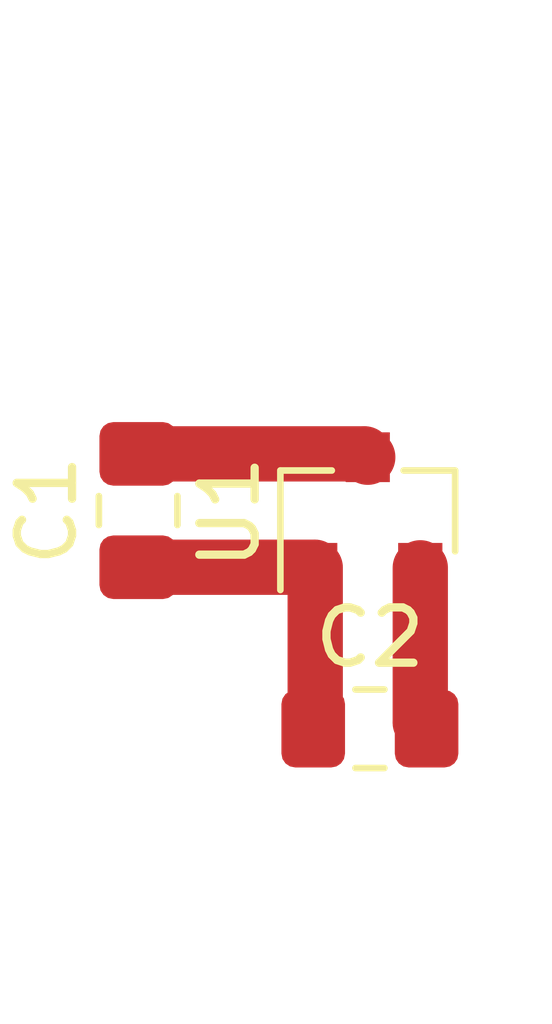
<source format=kicad_pcb>
(kicad_pcb (version 20171130) (host pcbnew 5.0.2-1.fc29)

  (general
    (thickness 1.6)
    (drawings 0)
    (tracks 8)
    (zones 0)
    (modules 3)
    (nets 4)
  )

  (page A4)
  (layers
    (0 F.Cu signal)
    (31 B.Cu signal)
    (32 B.Adhes user)
    (33 F.Adhes user)
    (34 B.Paste user)
    (35 F.Paste user)
    (36 B.SilkS user)
    (37 F.SilkS user)
    (38 B.Mask user)
    (39 F.Mask user)
    (40 Dwgs.User user)
    (41 Cmts.User user)
    (42 Eco1.User user)
    (43 Eco2.User user)
    (44 Edge.Cuts user)
    (45 Margin user)
    (46 B.CrtYd user)
    (47 F.CrtYd user)
    (48 B.Fab user)
    (49 F.Fab user)
  )

  (setup
    (last_trace_width 1)
    (user_trace_width 0.4)
    (user_trace_width 1)
    (trace_clearance 0.2)
    (zone_clearance 0.508)
    (zone_45_only no)
    (trace_min 0.2)
    (segment_width 0.2)
    (edge_width 0.1)
    (via_size 0.8)
    (via_drill 0.4)
    (via_min_size 0.4)
    (via_min_drill 0.3)
    (uvia_size 0.3)
    (uvia_drill 0.1)
    (uvias_allowed no)
    (uvia_min_size 0.2)
    (uvia_min_drill 0.1)
    (pcb_text_width 0.3)
    (pcb_text_size 1.5 1.5)
    (mod_edge_width 0.15)
    (mod_text_size 1 1)
    (mod_text_width 0.15)
    (pad_size 1.5 1.5)
    (pad_drill 0.6)
    (pad_to_mask_clearance 0)
    (aux_axis_origin 0 0)
    (visible_elements FFFFFF7F)
    (pcbplotparams
      (layerselection 0x010fc_ffffffff)
      (usegerberextensions false)
      (usegerberattributes false)
      (usegerberadvancedattributes false)
      (creategerberjobfile false)
      (excludeedgelayer true)
      (linewidth 0.100000)
      (plotframeref false)
      (viasonmask false)
      (mode 1)
      (useauxorigin false)
      (hpglpennumber 1)
      (hpglpenspeed 20)
      (hpglpendiameter 15.000000)
      (psnegative false)
      (psa4output false)
      (plotreference true)
      (plotvalue true)
      (plotinvisibletext false)
      (padsonsilk false)
      (subtractmaskfromsilk false)
      (outputformat 1)
      (mirror false)
      (drillshape 1)
      (scaleselection 1)
      (outputdirectory ""))
  )

  (net 0 "")
  (net 1 VDD)
  (net 2 GND)
  (net 3 +3V3)

  (net_class Default "This is the default net class."
    (clearance 0.2)
    (trace_width 0.25)
    (via_dia 0.8)
    (via_drill 0.4)
    (uvia_dia 0.3)
    (uvia_drill 0.1)
    (add_net +3V3)
    (add_net GND)
    (add_net VDD)
  )

  (module Capacitor_SMD:C_0805_2012Metric_Pad1.15x1.40mm_HandSolder (layer F.Cu) (tedit 5B36C52B) (tstamp 5C3A121E)
    (at 127.127 88.002 90)
    (descr "Capacitor SMD 0805 (2012 Metric), square (rectangular) end terminal, IPC_7351 nominal with elongated pad for handsoldering. (Body size source: https://docs.google.com/spreadsheets/d/1BsfQQcO9C6DZCsRaXUlFlo91Tg2WpOkGARC1WS5S8t0/edit?usp=sharing), generated with kicad-footprint-generator")
    (tags "capacitor handsolder")
    (path /5C3997D6)
    (attr smd)
    (fp_text reference C1 (at 0 -1.65 90) (layer F.SilkS)
      (effects (font (size 1 1) (thickness 0.15)))
    )
    (fp_text value 1uF (at 0 1.65 90) (layer F.Fab)
      (effects (font (size 1 1) (thickness 0.15)))
    )
    (fp_text user %R (at 0 0 90) (layer F.Fab)
      (effects (font (size 0.5 0.5) (thickness 0.08)))
    )
    (fp_line (start 1.85 0.95) (end -1.85 0.95) (layer F.CrtYd) (width 0.05))
    (fp_line (start 1.85 -0.95) (end 1.85 0.95) (layer F.CrtYd) (width 0.05))
    (fp_line (start -1.85 -0.95) (end 1.85 -0.95) (layer F.CrtYd) (width 0.05))
    (fp_line (start -1.85 0.95) (end -1.85 -0.95) (layer F.CrtYd) (width 0.05))
    (fp_line (start -0.261252 0.71) (end 0.261252 0.71) (layer F.SilkS) (width 0.12))
    (fp_line (start -0.261252 -0.71) (end 0.261252 -0.71) (layer F.SilkS) (width 0.12))
    (fp_line (start 1 0.6) (end -1 0.6) (layer F.Fab) (width 0.1))
    (fp_line (start 1 -0.6) (end 1 0.6) (layer F.Fab) (width 0.1))
    (fp_line (start -1 -0.6) (end 1 -0.6) (layer F.Fab) (width 0.1))
    (fp_line (start -1 0.6) (end -1 -0.6) (layer F.Fab) (width 0.1))
    (pad 2 smd roundrect (at 1.025 0 90) (size 1.15 1.4) (layers F.Cu F.Paste F.Mask) (roundrect_rratio 0.217391)
      (net 1 VDD))
    (pad 1 smd roundrect (at -1.025 0 90) (size 1.15 1.4) (layers F.Cu F.Paste F.Mask) (roundrect_rratio 0.217391)
      (net 2 GND))
    (model ${KISYS3DMOD}/Capacitor_SMD.3dshapes/C_0805_2012Metric.wrl
      (at (xyz 0 0 0))
      (scale (xyz 1 1 1))
      (rotate (xyz 0 0 0))
    )
  )

  (module Capacitor_SMD:C_0805_2012Metric_Pad1.15x1.40mm_HandSolder (layer F.Cu) (tedit 5B36C52B) (tstamp 5C3A1516)
    (at 131.318 91.948)
    (descr "Capacitor SMD 0805 (2012 Metric), square (rectangular) end terminal, IPC_7351 nominal with elongated pad for handsoldering. (Body size source: https://docs.google.com/spreadsheets/d/1BsfQQcO9C6DZCsRaXUlFlo91Tg2WpOkGARC1WS5S8t0/edit?usp=sharing), generated with kicad-footprint-generator")
    (tags "capacitor handsolder")
    (path /5C39965E)
    (attr smd)
    (fp_text reference C2 (at 0 -1.65) (layer F.SilkS)
      (effects (font (size 1 1) (thickness 0.15)))
    )
    (fp_text value 1uF (at 0 1.65) (layer F.Fab)
      (effects (font (size 1 1) (thickness 0.15)))
    )
    (fp_line (start -1 0.6) (end -1 -0.6) (layer F.Fab) (width 0.1))
    (fp_line (start -1 -0.6) (end 1 -0.6) (layer F.Fab) (width 0.1))
    (fp_line (start 1 -0.6) (end 1 0.6) (layer F.Fab) (width 0.1))
    (fp_line (start 1 0.6) (end -1 0.6) (layer F.Fab) (width 0.1))
    (fp_line (start -0.261252 -0.71) (end 0.261252 -0.71) (layer F.SilkS) (width 0.12))
    (fp_line (start -0.261252 0.71) (end 0.261252 0.71) (layer F.SilkS) (width 0.12))
    (fp_line (start -1.85 0.95) (end -1.85 -0.95) (layer F.CrtYd) (width 0.05))
    (fp_line (start -1.85 -0.95) (end 1.85 -0.95) (layer F.CrtYd) (width 0.05))
    (fp_line (start 1.85 -0.95) (end 1.85 0.95) (layer F.CrtYd) (width 0.05))
    (fp_line (start 1.85 0.95) (end -1.85 0.95) (layer F.CrtYd) (width 0.05))
    (fp_text user %R (at 0 0) (layer F.Fab)
      (effects (font (size 0.5 0.5) (thickness 0.08)))
    )
    (pad 1 smd roundrect (at -1.025 0) (size 1.15 1.4) (layers F.Cu F.Paste F.Mask) (roundrect_rratio 0.217391)
      (net 2 GND))
    (pad 2 smd roundrect (at 1.025 0) (size 1.15 1.4) (layers F.Cu F.Paste F.Mask) (roundrect_rratio 0.217391)
      (net 3 +3V3))
    (model ${KISYS3DMOD}/Capacitor_SMD.3dshapes/C_0805_2012Metric.wrl
      (at (xyz 0 0 0))
      (scale (xyz 1 1 1))
      (rotate (xyz 0 0 0))
    )
  )

  (module Package_TO_SOT_SMD:SOT-23 (layer F.Cu) (tedit 5A02FF57) (tstamp 5C3A13D9)
    (at 131.278971 88.037629 90)
    (descr "SOT-23, Standard")
    (tags SOT-23)
    (path /5C3998E1)
    (attr smd)
    (fp_text reference U1 (at 0 -2.5 90) (layer F.SilkS)
      (effects (font (size 1 1) (thickness 0.15)))
    )
    (fp_text value MCP1703A-3302_SOT23 (at 0 2.5 90) (layer F.Fab)
      (effects (font (size 1 1) (thickness 0.15)))
    )
    (fp_text user %R (at 0 0 180) (layer F.Fab)
      (effects (font (size 0.5 0.5) (thickness 0.075)))
    )
    (fp_line (start -0.7 -0.95) (end -0.7 1.5) (layer F.Fab) (width 0.1))
    (fp_line (start -0.15 -1.52) (end 0.7 -1.52) (layer F.Fab) (width 0.1))
    (fp_line (start -0.7 -0.95) (end -0.15 -1.52) (layer F.Fab) (width 0.1))
    (fp_line (start 0.7 -1.52) (end 0.7 1.52) (layer F.Fab) (width 0.1))
    (fp_line (start -0.7 1.52) (end 0.7 1.52) (layer F.Fab) (width 0.1))
    (fp_line (start 0.76 1.58) (end 0.76 0.65) (layer F.SilkS) (width 0.12))
    (fp_line (start 0.76 -1.58) (end 0.76 -0.65) (layer F.SilkS) (width 0.12))
    (fp_line (start -1.7 -1.75) (end 1.7 -1.75) (layer F.CrtYd) (width 0.05))
    (fp_line (start 1.7 -1.75) (end 1.7 1.75) (layer F.CrtYd) (width 0.05))
    (fp_line (start 1.7 1.75) (end -1.7 1.75) (layer F.CrtYd) (width 0.05))
    (fp_line (start -1.7 1.75) (end -1.7 -1.75) (layer F.CrtYd) (width 0.05))
    (fp_line (start 0.76 -1.58) (end -1.4 -1.58) (layer F.SilkS) (width 0.12))
    (fp_line (start 0.76 1.58) (end -0.7 1.58) (layer F.SilkS) (width 0.12))
    (pad 1 smd rect (at -1 -0.95 90) (size 0.9 0.8) (layers F.Cu F.Paste F.Mask)
      (net 2 GND))
    (pad 2 smd rect (at -1 0.95 90) (size 0.9 0.8) (layers F.Cu F.Paste F.Mask)
      (net 3 +3V3))
    (pad 3 smd rect (at 1 0 90) (size 0.9 0.8) (layers F.Cu F.Paste F.Mask)
      (net 1 VDD))
    (model ${KISYS3DMOD}/Package_TO_SOT_SMD.3dshapes/SOT-23.wrl
      (at (xyz 0 0 0))
      (scale (xyz 1 1 1))
      (rotate (xyz 0 0 0))
    )
  )

  (segment (start 131.218342 86.977) (end 131.278971 87.037629) (width 1) (layer F.Cu) (net 1))
  (segment (start 127.127 86.977) (end 131.218342 86.977) (width 1) (layer F.Cu) (net 1))
  (segment (start 130.318342 89.027) (end 130.328971 89.037629) (width 1) (layer F.Cu) (net 2))
  (segment (start 127.127 89.027) (end 130.318342 89.027) (width 1) (layer F.Cu) (net 2))
  (segment (start 130.328971 91.912029) (end 130.293 91.948) (width 1) (layer F.Cu) (net 2))
  (segment (start 130.328971 89.037629) (end 130.328971 91.912029) (width 1) (layer F.Cu) (net 2))
  (segment (start 132.228971 91.833971) (end 132.343 91.948) (width 1) (layer F.Cu) (net 3))
  (segment (start 132.228971 89.037629) (end 132.228971 91.833971) (width 1) (layer F.Cu) (net 3))

)

</source>
